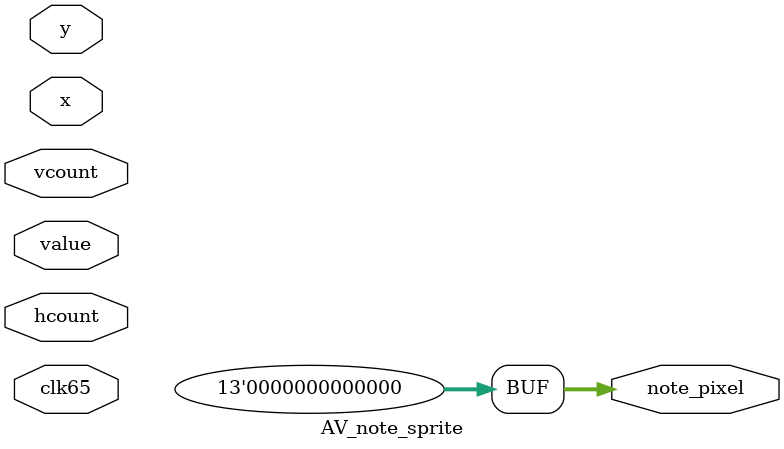
<source format=v>
module AV_note_sprite(
    input clk65,
    input [10:0] x,
    input [9:0] y,
    input [10:0] hcount,
    input [9:0] vcount,
    input [4:0] value,
    
    output reg [12:0] note_pixel
    
    );
    
    
    
    
    
    initial note_pixel <= 0;
    
    
    
endmodule
</source>
